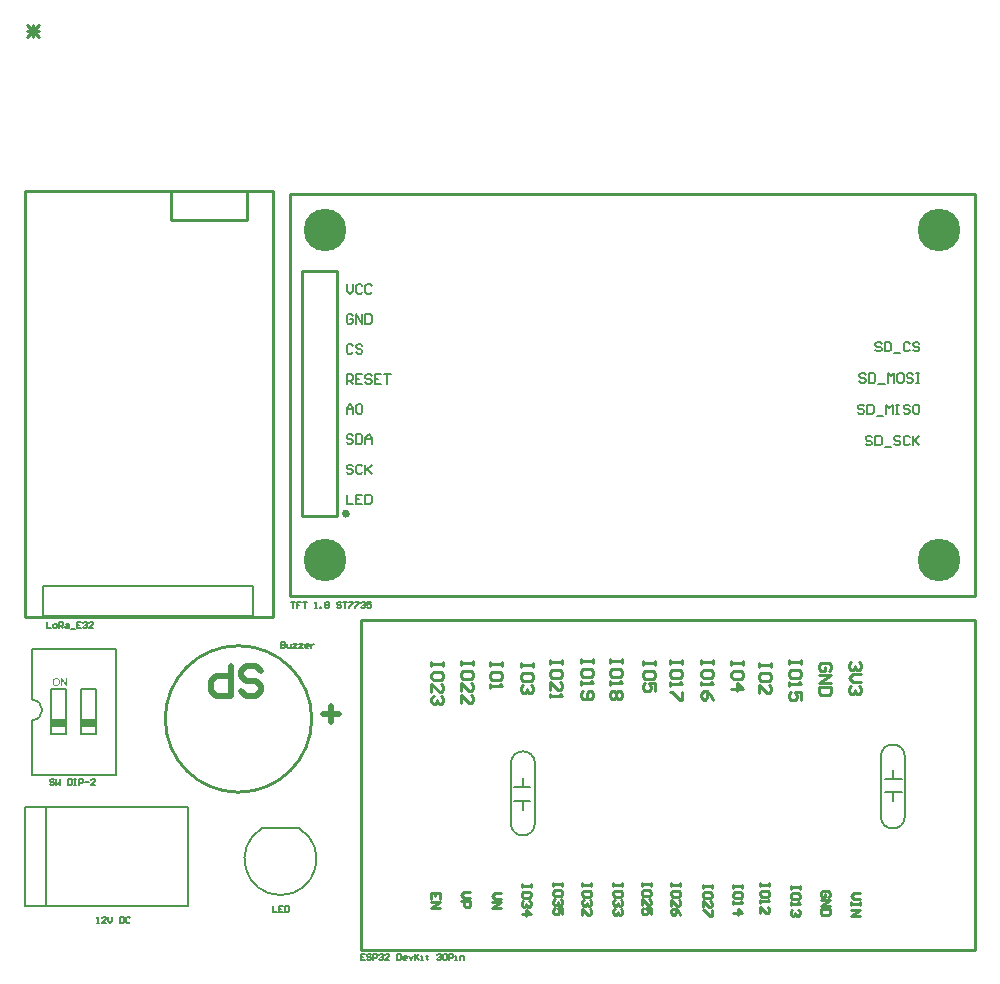
<source format=gto>
G04*
G04 #@! TF.GenerationSoftware,Altium Limited,Altium Designer,21.0.8 (223)*
G04*
G04 Layer_Color=65535*
%FSTAX24Y24*%
%MOIN*%
G70*
G04*
G04 #@! TF.SameCoordinates,A57ED762-F1FC-47E5-BACA-E58B220B156E*
G04*
G04*
G04 #@! TF.FilePolarity,Positive*
G04*
G01*
G75*
%ADD10C,0.0079*%
%ADD11C,0.0070*%
%ADD12C,0.0100*%
%ADD13C,0.0118*%
%ADD14C,0.1417*%
%ADD15C,0.0050*%
%ADD16C,0.0200*%
%ADD17R,0.0500X0.0250*%
G36*
X017824Y032409D02*
X017789D01*
X017655Y03261D01*
Y032409D01*
X017623D01*
Y032665D01*
X017657D01*
X017792Y032464D01*
Y032665D01*
X017824D01*
Y032409D01*
D02*
G37*
G36*
X017463Y03267D02*
X017466D01*
X017469Y032669D01*
X017474Y032668D01*
X017478Y032668D01*
X017488Y032666D01*
X017499Y032663D01*
X01751Y032658D01*
X017515Y032656D01*
X017521Y032653D01*
X017521Y032653D01*
X017522Y032652D01*
X017523Y032651D01*
X017526Y03265D01*
X017528Y032648D01*
X017531Y032646D01*
X017537Y032641D01*
X017544Y032634D01*
X017551Y032626D01*
X017558Y032616D01*
X017564Y032606D01*
Y032605D01*
X017565Y032604D01*
X017566Y032603D01*
X017566Y0326D01*
X017568Y032597D01*
X017569Y032594D01*
X01757Y03259D01*
X017572Y032586D01*
X017573Y032581D01*
X017575Y032576D01*
X017576Y03257D01*
X017577Y032564D01*
X017579Y032551D01*
X017579Y032537D01*
Y032536D01*
Y032535D01*
Y032533D01*
X017579Y03253D01*
Y032527D01*
X017579Y032523D01*
X017578Y032518D01*
X017578Y032513D01*
X017576Y032503D01*
X017573Y032491D01*
X017569Y032479D01*
X017566Y032473D01*
X017563Y032467D01*
Y032467D01*
X017563Y032466D01*
X017562Y032464D01*
X01756Y032462D01*
X017559Y032459D01*
X017557Y032457D01*
X017552Y03245D01*
X017546Y032442D01*
X017538Y032435D01*
X017529Y032427D01*
X017519Y032421D01*
X017519D01*
X017518Y03242D01*
X017516Y032419D01*
X017514Y032418D01*
X017511Y032417D01*
X017508Y032416D01*
X017505Y032414D01*
X017501Y032413D01*
X017496Y032411D01*
X017491Y03241D01*
X017481Y032408D01*
X017469Y032406D01*
X017457Y032405D01*
X017453D01*
X017451Y032405D01*
X017448D01*
X017444Y032406D01*
X01744Y032406D01*
X017435Y032407D01*
X017425Y032409D01*
X017414Y032412D01*
X017403Y032417D01*
X017398Y032419D01*
X017392Y032422D01*
X017392Y032423D01*
X017391Y032423D01*
X01739Y032424D01*
X017387Y032426D01*
X017385Y032427D01*
X017383Y032429D01*
X017376Y032435D01*
X017369Y032442D01*
X017362Y03245D01*
X017355Y032459D01*
X017349Y03247D01*
Y03247D01*
X017348Y032471D01*
X017347Y032473D01*
X017347Y032475D01*
X017346Y032478D01*
X017344Y032481D01*
X017343Y032485D01*
X017342Y032489D01*
X01734Y032494D01*
X017339Y032499D01*
X017337Y03251D01*
X017335Y032521D01*
X017334Y032534D01*
Y032534D01*
Y032535D01*
Y032537D01*
X017335Y03254D01*
Y032545D01*
X017336Y03255D01*
X017336Y032556D01*
X017337Y032563D01*
X017339Y03257D01*
X01734Y032578D01*
X017343Y032586D01*
X017346Y032594D01*
X017349Y032603D01*
X017353Y032611D01*
X017357Y032619D01*
X017363Y032627D01*
X017368Y032634D01*
X017369Y032634D01*
X01737Y032635D01*
X017372Y032637D01*
X017375Y032639D01*
X017378Y032642D01*
X017382Y032645D01*
X017387Y032648D01*
X017392Y032652D01*
X017398Y032655D01*
X017405Y032658D01*
X017412Y032661D01*
X01742Y032664D01*
X017429Y032667D01*
X017438Y032668D01*
X017447Y03267D01*
X017457Y03267D01*
X01746D01*
X017463Y03267D01*
D02*
G37*
%LPC*%
G36*
X017457Y032641D02*
X017454D01*
X017451Y03264D01*
X017448Y03264D01*
X017444Y032639D01*
X01744Y032638D01*
X017436Y032638D01*
X017426Y032635D01*
X017421Y032633D01*
X017416Y03263D01*
X01741Y032627D01*
X017405Y032624D01*
X0174Y03262D01*
X017395Y032616D01*
X017395Y032616D01*
X017394Y032615D01*
X017393Y032613D01*
X017391Y032611D01*
X017389Y032609D01*
X017387Y032605D01*
X017385Y032601D01*
X017382Y032596D01*
X01738Y032591D01*
X017377Y032585D01*
X017375Y032578D01*
X017373Y032571D01*
X017371Y032563D01*
X01737Y032553D01*
X01737Y032544D01*
X017369Y032533D01*
Y032533D01*
Y032532D01*
Y032529D01*
X01737Y032526D01*
X01737Y032522D01*
X017371Y032517D01*
X017371Y032512D01*
X017372Y032507D01*
X017375Y032495D01*
X017377Y032489D01*
X01738Y032483D01*
X017383Y032477D01*
X017386Y032471D01*
X01739Y032466D01*
X017394Y032461D01*
X017394Y03246D01*
X017395Y032459D01*
X017397Y032458D01*
X017398Y032456D01*
X017401Y032454D01*
X017404Y032452D01*
X017407Y03245D01*
X017411Y032447D01*
X017415Y032445D01*
X01742Y032442D01*
X017425Y03244D01*
X017431Y032438D01*
X017437Y032436D01*
X017443Y032435D01*
X017449Y032434D01*
X017457Y032434D01*
X017458D01*
X01746Y032434D01*
X017463D01*
X017466Y032435D01*
X01747Y032435D01*
X017474Y032436D01*
X017479Y032437D01*
X017484Y032439D01*
X017489Y032441D01*
X017494Y032442D01*
X017499Y032445D01*
X017505Y032448D01*
X01751Y032452D01*
X017515Y032456D01*
X01752Y032461D01*
X01752Y032461D01*
X017521Y032462D01*
X017522Y032463D01*
X017524Y032466D01*
X017526Y032468D01*
X017528Y032472D01*
X01753Y032476D01*
X017532Y03248D01*
X017535Y032485D01*
X017537Y032491D01*
X017539Y032498D01*
X017541Y032504D01*
X017542Y032512D01*
X017543Y03252D01*
X017544Y032528D01*
X017545Y032537D01*
Y032537D01*
Y032539D01*
Y03254D01*
Y032542D01*
X017544Y032545D01*
Y032548D01*
X017544Y032552D01*
X017543Y032556D01*
X017542Y032564D01*
X01754Y032573D01*
X017538Y032583D01*
X017534Y032591D01*
Y032592D01*
X017533Y032593D01*
X017533Y032594D01*
X017532Y032595D01*
X017529Y0326D01*
X017526Y032605D01*
X017522Y032611D01*
X017516Y032617D01*
X01751Y032623D01*
X017503Y032628D01*
X017502D01*
X017502Y032628D01*
X017501Y032629D01*
X017499Y03263D01*
X017497Y032631D01*
X017495Y032632D01*
X017489Y032634D01*
X017483Y032637D01*
X017475Y032639D01*
X017466Y03264D01*
X017457Y032641D01*
D02*
G37*
%LPD*%
D10*
X016644Y031269D02*
G03*
X016644Y031949I0J00034D01*
G01*
X016644Y029459D02*
Y031269D01*
X019431Y029459D02*
Y033659D01*
X016644Y029459D02*
X019431D01*
X016634Y033659D02*
X019431D01*
X016634Y03196D02*
Y033659D01*
X01703Y03575D02*
X02403D01*
X01703Y03475D02*
Y03575D01*
Y03475D02*
X02403D01*
Y03575D01*
X04465Y040694D02*
X044597Y040747D01*
X044493D01*
X04444Y040694D01*
Y040642D01*
X044493Y040589D01*
X044597D01*
X04465Y040537D01*
Y040484D01*
X044597Y040432D01*
X044493D01*
X04444Y040484D01*
X044755Y040747D02*
Y040432D01*
X044912D01*
X044965Y040484D01*
Y040694D01*
X044912Y040747D01*
X044755D01*
X04507Y04038D02*
X04528D01*
X045595Y040694D02*
X045542Y040747D01*
X045437D01*
X045385Y040694D01*
Y040642D01*
X045437Y040589D01*
X045542D01*
X045595Y040537D01*
Y040484D01*
X045542Y040432D01*
X045437D01*
X045385Y040484D01*
X045909Y040694D02*
X045857Y040747D01*
X045752D01*
X045699Y040694D01*
Y040484D01*
X045752Y040432D01*
X045857D01*
X045909Y040484D01*
X046014Y040747D02*
Y040432D01*
Y040537D01*
X046224Y040747D01*
X046067Y040589D01*
X046224Y040432D01*
X044388Y041737D02*
X044335Y04179D01*
X04423D01*
X044178Y041737D01*
Y041685D01*
X04423Y041632D01*
X044335D01*
X044388Y04158D01*
Y041527D01*
X044335Y041475D01*
X04423D01*
X044178Y041527D01*
X044493Y04179D02*
Y041475D01*
X04465D01*
X044702Y041527D01*
Y041737D01*
X04465Y04179D01*
X044493D01*
X044807Y041422D02*
X045017D01*
X045122Y041475D02*
Y04179D01*
X045227Y041685D01*
X045332Y04179D01*
Y041475D01*
X045437Y04179D02*
X045542D01*
X04549D01*
Y041475D01*
X045437D01*
X045542D01*
X045909Y041737D02*
X045857Y04179D01*
X045752D01*
X045699Y041737D01*
Y041685D01*
X045752Y041632D01*
X045857D01*
X045909Y04158D01*
Y041527D01*
X045857Y041475D01*
X045752D01*
X045699Y041527D01*
X046172Y04179D02*
X046067D01*
X046014Y041737D01*
Y041527D01*
X046067Y041475D01*
X046172D01*
X046224Y041527D01*
Y041737D01*
X046172Y04179D01*
X04444Y04278D02*
X044388Y042832D01*
X044283D01*
X04423Y04278D01*
Y042727D01*
X044283Y042675D01*
X044388D01*
X04444Y042622D01*
Y04257D01*
X044388Y042517D01*
X044283D01*
X04423Y04257D01*
X044545Y042832D02*
Y042517D01*
X044702D01*
X044755Y04257D01*
Y04278D01*
X044702Y042832D01*
X044545D01*
X04486Y042465D02*
X04507D01*
X045175Y042517D02*
Y042832D01*
X04528Y042727D01*
X045385Y042832D01*
Y042517D01*
X045647Y042832D02*
X045542D01*
X04549Y04278D01*
Y04257D01*
X045542Y042517D01*
X045647D01*
X045699Y04257D01*
Y04278D01*
X045647Y042832D01*
X046014Y04278D02*
X045962Y042832D01*
X045857D01*
X045804Y04278D01*
Y042727D01*
X045857Y042675D01*
X045962D01*
X046014Y042622D01*
Y04257D01*
X045962Y042517D01*
X045857D01*
X045804Y04257D01*
X046119Y042832D02*
X046224D01*
X046172D01*
Y042517D01*
X046119D01*
X046224D01*
X044965Y043822D02*
X044912Y043875D01*
X044807D01*
X044755Y043822D01*
Y04377D01*
X044807Y043717D01*
X044912D01*
X044965Y043665D01*
Y043613D01*
X044912Y04356D01*
X044807D01*
X044755Y043613D01*
X04507Y043875D02*
Y04356D01*
X045227D01*
X04528Y043613D01*
Y043822D01*
X045227Y043875D01*
X04507D01*
X045385Y043508D02*
X045595D01*
X045909Y043822D02*
X045857Y043875D01*
X045752D01*
X045699Y043822D01*
Y043613D01*
X045752Y04356D01*
X045857D01*
X045909Y043613D01*
X046224Y043822D02*
X046172Y043875D01*
X046067D01*
X046014Y043822D01*
Y04377D01*
X046067Y043717D01*
X046172D01*
X046224Y043665D01*
Y043613D01*
X046172Y04356D01*
X046067D01*
X046014Y043613D01*
X027131Y038789D02*
Y038475D01*
X027341D01*
X027656Y038789D02*
X027446D01*
Y038475D01*
X027656D01*
X027446Y038632D02*
X027551D01*
X027761Y038789D02*
Y038475D01*
X027918D01*
X027971Y038527D01*
Y038737D01*
X027918Y038789D01*
X027761D01*
X027341Y039739D02*
X027288Y039791D01*
X027184D01*
X027131Y039739D01*
Y039686D01*
X027184Y039634D01*
X027288D01*
X027341Y039581D01*
Y039529D01*
X027288Y039476D01*
X027184D01*
X027131Y039529D01*
X027656Y039739D02*
X027603Y039791D01*
X027498D01*
X027446Y039739D01*
Y039529D01*
X027498Y039476D01*
X027603D01*
X027656Y039529D01*
X027761Y039791D02*
Y039476D01*
Y039581D01*
X027971Y039791D01*
X027813Y039634D01*
X027971Y039476D01*
X027341Y04074D02*
X027288Y040793D01*
X027184D01*
X027131Y04074D01*
Y040688D01*
X027184Y040635D01*
X027288D01*
X027341Y040583D01*
Y04053D01*
X027288Y040478D01*
X027184D01*
X027131Y04053D01*
X027446Y040793D02*
Y040478D01*
X027603D01*
X027656Y04053D01*
Y04074D01*
X027603Y040793D01*
X027446D01*
X027761Y040478D02*
Y040688D01*
X027866Y040793D01*
X027971Y040688D01*
Y040478D01*
Y040635D01*
X027761D01*
X027131Y041479D02*
Y041689D01*
X027236Y041794D01*
X027341Y041689D01*
Y041479D01*
Y041637D01*
X027131D01*
X027603Y041794D02*
X027498D01*
X027446Y041742D01*
Y041532D01*
X027498Y041479D01*
X027603D01*
X027656Y041532D01*
Y041742D01*
X027603Y041794D01*
X027131Y042481D02*
Y042796D01*
X027288D01*
X027341Y042743D01*
Y042638D01*
X027288Y042586D01*
X027131D01*
X027236D02*
X027341Y042481D01*
X027656Y042796D02*
X027446D01*
Y042481D01*
X027656D01*
X027446Y042638D02*
X027551D01*
X027971Y042743D02*
X027918Y042796D01*
X027813D01*
X027761Y042743D01*
Y042691D01*
X027813Y042638D01*
X027918D01*
X027971Y042586D01*
Y042534D01*
X027918Y042481D01*
X027813D01*
X027761Y042534D01*
X028286Y042796D02*
X028076D01*
Y042481D01*
X028286D01*
X028076Y042638D02*
X028181D01*
X02839Y042796D02*
X0286D01*
X028495D01*
Y042481D01*
X027341Y043745D02*
X027288Y043798D01*
X027184D01*
X027131Y043745D01*
Y043535D01*
X027184Y043483D01*
X027288D01*
X027341Y043535D01*
X027656Y043745D02*
X027603Y043798D01*
X027498D01*
X027446Y043745D01*
Y043693D01*
X027498Y04364D01*
X027603D01*
X027656Y043588D01*
Y043535D01*
X027603Y043483D01*
X027498D01*
X027446Y043535D01*
X027341Y044747D02*
X027288Y044799D01*
X027184D01*
X027131Y044747D01*
Y044537D01*
X027184Y044484D01*
X027288D01*
X027341Y044537D01*
Y044642D01*
X027236D01*
X027446Y044484D02*
Y044799D01*
X027656Y044484D01*
Y044799D01*
X027761D02*
Y044484D01*
X027918D01*
X027971Y044537D01*
Y044747D01*
X027918Y044799D01*
X027761D01*
X027131Y045801D02*
Y045591D01*
X027236Y045486D01*
X027341Y045591D01*
Y045801D01*
X027656Y045748D02*
X027603Y045801D01*
X027498D01*
X027446Y045748D01*
Y045538D01*
X027498Y045486D01*
X027603D01*
X027656Y045538D01*
X027971Y045748D02*
X027918Y045801D01*
X027813D01*
X027761Y045748D01*
Y045538D01*
X027813Y045486D01*
X027918D01*
X027971Y045538D01*
D11*
X03261Y02783D02*
G03*
X03341Y02783I0004J0D01*
G01*
Y02983D02*
G03*
X03261Y02983I-0004J0D01*
G01*
X04494Y02806D02*
G03*
X04574Y02806I0004J0D01*
G01*
Y03006D02*
G03*
X04494Y03006I-0004J0D01*
G01*
X024323Y027675D02*
G03*
X02553Y027679I000607J-001035D01*
G01*
X01711Y02508D02*
Y02838D01*
X01641Y02508D02*
X02186D01*
X01641Y02838D02*
X02186D01*
Y02508D02*
Y02838D01*
X01641Y02508D02*
Y02838D01*
X03261Y02783D02*
Y02983D01*
X03341Y02783D02*
Y02983D01*
X03271Y02858D02*
X03326D01*
X03271Y02903D02*
X03326D01*
X03301Y02828D02*
Y02858D01*
Y02903D02*
Y02933D01*
X04534Y02856D02*
Y02886D01*
Y02931D02*
Y02961D01*
X04509Y02886D02*
X04564D01*
X04509Y02931D02*
X04564D01*
X04494Y02806D02*
Y03006D01*
X04574Y02806D02*
Y03006D01*
X02434Y02768D02*
X02552D01*
D12*
X025971Y03131D02*
G03*
X025971Y03131I-002441J0D01*
G01*
X048088Y023611D02*
Y034595D01*
X027616D02*
X048088D01*
X027616Y023611D02*
Y034595D01*
Y023611D02*
X048088D01*
X02128Y04795D02*
X02383D01*
X02128Y0489D02*
X02383D01*
X02128Y04795D02*
Y0489D01*
X02383Y04795D02*
Y0489D01*
X01643Y0347D02*
X02468D01*
X01643Y0489D02*
X02468D01*
X01643Y0347D02*
Y0489D01*
X02468Y0347D02*
Y0489D01*
X025235Y035417D02*
Y048803D01*
X048069D01*
X025653Y046229D02*
X02682D01*
X025653Y038062D02*
Y046229D01*
X02682Y038062D02*
Y046229D01*
X025653Y038062D02*
X02682D01*
X048069Y035417D02*
Y048803D01*
X025235Y035417D02*
X048069D01*
X030233Y025305D02*
Y025505D01*
X029933D01*
Y025305D01*
X030083Y025505D02*
Y025405D01*
X029933Y025205D02*
X030233D01*
X029933Y025005D01*
X030233D01*
X031256Y025528D02*
X031056D01*
X030956Y025428D01*
X031056Y025328D01*
X031256D01*
X030956Y025228D02*
X031256D01*
Y025078D01*
X031206Y025028D01*
X031106D01*
X031056Y025078D01*
Y025228D01*
X032284Y025516D02*
X032084D01*
X031984Y025416D01*
X032084Y025316D01*
X032284D01*
X031984Y025216D02*
X032284D01*
X031984Y025017D01*
X032284D01*
X033276Y025808D02*
Y025708D01*
Y025758D01*
X032976D01*
Y025808D01*
Y025708D01*
X033276Y025408D02*
Y025508D01*
X033226Y025558D01*
X033026D01*
X032976Y025508D01*
Y025408D01*
X033026Y025358D01*
X033226D01*
X033276Y025408D01*
X033226Y025258D02*
X033276Y025208D01*
Y025108D01*
X033226Y025058D01*
X033176D01*
X033126Y025108D01*
Y025158D01*
Y025108D01*
X033076Y025058D01*
X033026D01*
X032976Y025108D01*
Y025208D01*
X033026Y025258D01*
X032976Y024808D02*
X033276D01*
X033126Y024958D01*
Y024758D01*
X034323Y025851D02*
Y025751D01*
Y025801D01*
X034023D01*
Y025851D01*
Y025751D01*
X034323Y025451D02*
Y025551D01*
X034273Y025601D01*
X034073D01*
X034023Y025551D01*
Y025451D01*
X034073Y025401D01*
X034273D01*
X034323Y025451D01*
X034273Y025301D02*
X034323Y025251D01*
Y025151D01*
X034273Y025101D01*
X034223D01*
X034173Y025151D01*
Y025201D01*
Y025151D01*
X034123Y025101D01*
X034073D01*
X034023Y025151D01*
Y025251D01*
X034073Y025301D01*
X034323Y024801D02*
Y025001D01*
X034173D01*
X034223Y024901D01*
Y024851D01*
X034173Y024801D01*
X034073D01*
X034023Y024851D01*
Y024951D01*
X034073Y025001D01*
X035292Y025839D02*
Y025739D01*
Y025789D01*
X034992D01*
Y025839D01*
Y025739D01*
X035292Y025439D02*
Y025539D01*
X035242Y025589D01*
X035042D01*
X034992Y025539D01*
Y025439D01*
X035042Y025389D01*
X035242D01*
X035292Y025439D01*
X035242Y025289D02*
X035292Y025239D01*
Y025139D01*
X035242Y025089D01*
X035192D01*
X035142Y025139D01*
Y025189D01*
Y025139D01*
X035092Y025089D01*
X035042D01*
X034992Y025139D01*
Y025239D01*
X035042Y025289D01*
X034992Y02479D02*
Y024989D01*
X035192Y02479D01*
X035242D01*
X035292Y02484D01*
Y024939D01*
X035242Y024989D01*
X036327Y025839D02*
Y025739D01*
Y025789D01*
X036027D01*
Y025839D01*
Y025739D01*
X036327Y025439D02*
Y025539D01*
X036277Y025589D01*
X036077D01*
X036027Y025539D01*
Y025439D01*
X036077Y025389D01*
X036277D01*
X036327Y025439D01*
X036277Y025289D02*
X036327Y025239D01*
Y025139D01*
X036277Y025089D01*
X036227D01*
X036177Y025139D01*
Y025189D01*
Y025139D01*
X036127Y025089D01*
X036077D01*
X036027Y025139D01*
Y025239D01*
X036077Y025289D01*
X036277Y024989D02*
X036327Y024939D01*
Y02484D01*
X036277Y02479D01*
X036227D01*
X036177Y02484D01*
Y02489D01*
Y02484D01*
X036127Y02479D01*
X036077D01*
X036027Y02484D01*
Y024939D01*
X036077Y024989D01*
X03728Y025859D02*
Y025759D01*
Y025809D01*
X03698D01*
Y025859D01*
Y025759D01*
X03728Y025459D02*
Y025559D01*
X03723Y025609D01*
X03703D01*
X03698Y025559D01*
Y025459D01*
X03703Y025409D01*
X03723D01*
X03728Y025459D01*
X03698Y025109D02*
Y025309D01*
X03718Y025109D01*
X03723D01*
X03728Y025159D01*
Y025259D01*
X03723Y025309D01*
X03728Y024809D02*
Y025009D01*
X03713D01*
X03718Y024909D01*
Y024859D01*
X03713Y024809D01*
X03703D01*
X03698Y024859D01*
Y024959D01*
X03703Y025009D01*
X038252Y025835D02*
Y025735D01*
Y025785D01*
X037952D01*
Y025835D01*
Y025735D01*
X038252Y025435D02*
Y025535D01*
X038202Y025585D01*
X038002D01*
X037952Y025535D01*
Y025435D01*
X038002Y025385D01*
X038202D01*
X038252Y025435D01*
X037952Y025086D02*
Y025285D01*
X038152Y025086D01*
X038202D01*
X038252Y025135D01*
Y025235D01*
X038202Y025285D01*
X038252Y024786D02*
X038202Y024886D01*
X038102Y024986D01*
X038002D01*
X037952Y024936D01*
Y024836D01*
X038002Y024786D01*
X038052D01*
X038102Y024836D01*
Y024986D01*
X039307Y025792D02*
Y025692D01*
Y025742D01*
X039007D01*
Y025792D01*
Y025692D01*
X039307Y025392D02*
Y025492D01*
X039257Y025542D01*
X039057D01*
X039007Y025492D01*
Y025392D01*
X039057Y025342D01*
X039257D01*
X039307Y025392D01*
X039007Y025042D02*
Y025242D01*
X039207Y025042D01*
X039257D01*
X039307Y025092D01*
Y025192D01*
X039257Y025242D01*
X039307Y024942D02*
Y024742D01*
X039257D01*
X039057Y024942D01*
X039007D01*
X040319Y025792D02*
Y025692D01*
Y025742D01*
X040019D01*
Y025792D01*
Y025692D01*
X040319Y025392D02*
Y025492D01*
X040269Y025542D01*
X040069D01*
X040019Y025492D01*
Y025392D01*
X040069Y025342D01*
X040269D01*
X040319Y025392D01*
X040019Y025242D02*
Y025142D01*
Y025192D01*
X040319D01*
X040269Y025242D01*
X040019Y024842D02*
X040319D01*
X040169Y024992D01*
Y024792D01*
X041221Y025835D02*
Y025735D01*
Y025785D01*
X040921D01*
Y025835D01*
Y025735D01*
X041221Y025435D02*
Y025535D01*
X041171Y025585D01*
X040971D01*
X040921Y025535D01*
Y025435D01*
X040971Y025385D01*
X041171D01*
X041221Y025435D01*
X040921Y025285D02*
Y025185D01*
Y025235D01*
X041221D01*
X041171Y025285D01*
X040921Y024836D02*
Y025036D01*
X041121Y024836D01*
X041171D01*
X041221Y024886D01*
Y024986D01*
X041171Y025036D01*
X04224Y025745D02*
Y025645D01*
Y025695D01*
X041941D01*
Y025745D01*
Y025645D01*
X04224Y025345D02*
Y025445D01*
X04219Y025495D01*
X041991D01*
X041941Y025445D01*
Y025345D01*
X041991Y025295D01*
X04219D01*
X04224Y025345D01*
X041941Y025195D02*
Y025095D01*
Y025145D01*
X04224D01*
X04219Y025195D01*
Y024945D02*
X04224Y024895D01*
Y024795D01*
X04219Y024745D01*
X04214D01*
X042091Y024795D01*
Y024845D01*
Y024795D01*
X042041Y024745D01*
X041991D01*
X041941Y024795D01*
Y024895D01*
X041991Y024945D01*
X043187Y025368D02*
X043237Y025418D01*
Y025518D01*
X043187Y025568D01*
X042987D01*
X042937Y025518D01*
Y025418D01*
X042987Y025368D01*
X043087D01*
Y025468D01*
X042937Y025268D02*
X043237D01*
X042937Y025068D01*
X043237D01*
Y024968D02*
X042937D01*
Y024818D01*
X042987Y024768D01*
X043187D01*
X043237Y024818D01*
Y024968D01*
X044244Y025508D02*
X044044D01*
X043944Y025409D01*
X044044Y025309D01*
X044244D01*
Y025209D02*
Y025109D01*
Y025159D01*
X043944D01*
Y025209D01*
Y025109D01*
Y024959D02*
X044244D01*
X043944Y024759D01*
X044244D01*
X030364Y033197D02*
Y033064D01*
Y033131D01*
X029964D01*
Y033197D01*
Y033064D01*
X030364Y032664D02*
Y032798D01*
X030297Y032864D01*
X030031D01*
X029964Y032798D01*
Y032664D01*
X030031Y032598D01*
X030297D01*
X030364Y032664D01*
X029964Y032198D02*
Y032464D01*
X030231Y032198D01*
X030297D01*
X030364Y032264D01*
Y032398D01*
X030297Y032464D01*
Y032064D02*
X030364Y031998D01*
Y031865D01*
X030297Y031798D01*
X030231D01*
X030164Y031865D01*
Y031931D01*
Y031865D01*
X030097Y031798D01*
X030031D01*
X029964Y031865D01*
Y031998D01*
X030031Y032064D01*
X031333Y033245D02*
Y033111D01*
Y033178D01*
X030933D01*
Y033245D01*
Y033111D01*
X031333Y032712D02*
Y032845D01*
X031266Y032911D01*
X030999D01*
X030933Y032845D01*
Y032712D01*
X030999Y032645D01*
X031266D01*
X031333Y032712D01*
X030933Y032245D02*
Y032512D01*
X031199Y032245D01*
X031266D01*
X031333Y032312D01*
Y032445D01*
X031266Y032512D01*
X030933Y031845D02*
Y032112D01*
X031199Y031845D01*
X031266D01*
X031333Y031912D01*
Y032045D01*
X031266Y032112D01*
X032329Y033197D02*
Y033064D01*
Y033131D01*
X031929D01*
Y033197D01*
Y033064D01*
X032329Y032664D02*
Y032798D01*
X032262Y032864D01*
X031995D01*
X031929Y032798D01*
Y032664D01*
X031995Y032598D01*
X032262D01*
X032329Y032664D01*
X031929Y032464D02*
Y032331D01*
Y032398D01*
X032329D01*
X032262Y032464D01*
X033344Y033182D02*
Y033048D01*
Y033115D01*
X032944D01*
Y033182D01*
Y033048D01*
X033344Y032649D02*
Y032782D01*
X033278Y032848D01*
X033011D01*
X032944Y032782D01*
Y032649D01*
X033011Y032582D01*
X033278D01*
X033344Y032649D01*
X033278Y032449D02*
X033344Y032382D01*
Y032249D01*
X033278Y032182D01*
X033211D01*
X033144Y032249D01*
Y032315D01*
Y032249D01*
X033078Y032182D01*
X033011D01*
X032944Y032249D01*
Y032382D01*
X033011Y032449D01*
X034325Y033292D02*
Y033159D01*
Y033225D01*
X033925D01*
Y033292D01*
Y033159D01*
X034325Y032759D02*
Y032892D01*
X034258Y032959D01*
X033991D01*
X033925Y032892D01*
Y032759D01*
X033991Y032692D01*
X034258D01*
X034325Y032759D01*
X033925Y032292D02*
Y032559D01*
X034191Y032292D01*
X034258D01*
X034325Y032359D01*
Y032492D01*
X034258Y032559D01*
X033925Y032159D02*
Y032026D01*
Y032092D01*
X034325D01*
X034258Y032159D01*
X03534Y033323D02*
Y03319D01*
Y033257D01*
X034941D01*
Y033323D01*
Y03319D01*
X03534Y03279D02*
Y032924D01*
X035274Y03299D01*
X035007D01*
X034941Y032924D01*
Y03279D01*
X035007Y032724D01*
X035274D01*
X03534Y03279D01*
X034941Y03259D02*
Y032457D01*
Y032524D01*
X03534D01*
X035274Y03259D01*
X035007Y032257D02*
X034941Y03219D01*
Y032057D01*
X035007Y031991D01*
X035274D01*
X03534Y032057D01*
Y03219D01*
X035274Y032257D01*
X035207D01*
X03514Y03219D01*
Y031991D01*
X036309Y033308D02*
Y033174D01*
Y033241D01*
X035909D01*
Y033308D01*
Y033174D01*
X036309Y032775D02*
Y032908D01*
X036242Y032974D01*
X035976D01*
X035909Y032908D01*
Y032775D01*
X035976Y032708D01*
X036242D01*
X036309Y032775D01*
X035909Y032575D02*
Y032441D01*
Y032508D01*
X036309D01*
X036242Y032575D01*
Y032241D02*
X036309Y032175D01*
Y032041D01*
X036242Y031975D01*
X036176D01*
X036109Y032041D01*
X036042Y031975D01*
X035976D01*
X035909Y032041D01*
Y032175D01*
X035976Y032241D01*
X036042D01*
X036109Y032175D01*
X036176Y032241D01*
X036242D01*
X036109Y032175D02*
Y032041D01*
X037415Y033245D02*
Y033111D01*
Y033178D01*
X037015D01*
Y033245D01*
Y033111D01*
X037415Y032712D02*
Y032845D01*
X037349Y032911D01*
X037082D01*
X037015Y032845D01*
Y032712D01*
X037082Y032645D01*
X037349D01*
X037415Y032712D01*
Y032245D02*
Y032512D01*
X037215D01*
X037282Y032378D01*
Y032312D01*
X037215Y032245D01*
X037082D01*
X037015Y032312D01*
Y032445D01*
X037082Y032512D01*
X038321Y03326D02*
Y033127D01*
Y033194D01*
X037921D01*
Y03326D01*
Y033127D01*
X038321Y032727D02*
Y032861D01*
X038254Y032927D01*
X037988D01*
X037921Y032861D01*
Y032727D01*
X037988Y032661D01*
X038254D01*
X038321Y032727D01*
X037921Y032527D02*
Y032394D01*
Y032461D01*
X038321D01*
X038254Y032527D01*
X038321Y032194D02*
Y031928D01*
X038254D01*
X037988Y032194D01*
X037921D01*
X039364Y033292D02*
Y033159D01*
Y033225D01*
X038964D01*
Y033292D01*
Y033159D01*
X039364Y032759D02*
Y032892D01*
X039297Y032959D01*
X039031D01*
X038964Y032892D01*
Y032759D01*
X039031Y032692D01*
X039297D01*
X039364Y032759D01*
X038964Y032559D02*
Y032426D01*
Y032492D01*
X039364D01*
X039297Y032559D01*
X039364Y031959D02*
X039297Y032092D01*
X039164Y032226D01*
X039031D01*
X038964Y032159D01*
Y032026D01*
X039031Y031959D01*
X039097D01*
X039164Y032026D01*
Y032226D01*
X040364Y033233D02*
Y0331D01*
Y033166D01*
X039964D01*
Y033233D01*
Y0331D01*
X040364Y0327D02*
Y032833D01*
X040297Y0329D01*
X040031D01*
X039964Y032833D01*
Y0327D01*
X040031Y032633D01*
X040297D01*
X040364Y0327D01*
X039964Y0323D02*
X040364D01*
X040164Y0325D01*
Y032233D01*
X041285Y033186D02*
Y033052D01*
Y033119D01*
X040885D01*
Y033186D01*
Y033052D01*
X041285Y032652D02*
Y032786D01*
X041219Y032852D01*
X040952D01*
X040885Y032786D01*
Y032652D01*
X040952Y032586D01*
X041219D01*
X041285Y032652D01*
X040885Y032186D02*
Y032453D01*
X041152Y032186D01*
X041219D01*
X041285Y032253D01*
Y032386D01*
X041219Y032453D01*
X042281Y033264D02*
Y033131D01*
Y033198D01*
X041881D01*
Y033264D01*
Y033131D01*
X042281Y032731D02*
Y032865D01*
X042215Y032931D01*
X041948D01*
X041881Y032865D01*
Y032731D01*
X041948Y032665D01*
X042215D01*
X042281Y032731D01*
X041881Y032531D02*
Y032398D01*
Y032465D01*
X042281D01*
X042215Y032531D01*
X042281Y031932D02*
Y032198D01*
X042081D01*
X042148Y032065D01*
Y031998D01*
X042081Y031932D01*
X041948D01*
X041881Y031998D01*
Y032131D01*
X041948Y032198D01*
X043199Y032919D02*
X043266Y032986D01*
Y033119D01*
X043199Y033186D01*
X042932D01*
X042866Y033119D01*
Y032986D01*
X042932Y032919D01*
X043066D01*
Y033052D01*
X042866Y032786D02*
X043266D01*
X042866Y032519D01*
X043266D01*
Y032386D02*
X042866D01*
Y032186D01*
X042932Y032119D01*
X043199D01*
X043266Y032186D01*
Y032386D01*
X044214Y033211D02*
X044281Y033145D01*
Y033011D01*
X044214Y032945D01*
X044148D01*
X044081Y033011D01*
Y033078D01*
Y033011D01*
X044014Y032945D01*
X043948D01*
X043881Y033011D01*
Y033145D01*
X043948Y033211D01*
X044281Y032811D02*
X044014D01*
X043881Y032678D01*
X044014Y032545D01*
X044281D01*
X044214Y032412D02*
X044281Y032345D01*
Y032212D01*
X044214Y032145D01*
X044148D01*
X044081Y032212D01*
Y032278D01*
Y032212D01*
X044014Y032145D01*
X043948D01*
X043881Y032212D01*
Y032345D01*
X043948Y032412D01*
X01648Y05445D02*
X01688Y05405D01*
X01648D02*
X01688Y05445D01*
X01648Y05425D02*
X01688D01*
X01668Y05405D02*
Y05445D01*
D13*
X027178Y038155D02*
G03*
X027178Y038155I-000071J0D01*
G01*
D14*
X026416Y036598D02*
D03*
X046888D02*
D03*
Y047622D02*
D03*
X026416D02*
D03*
D15*
X018284Y030809D02*
Y032309D01*
X018784D01*
Y030809D02*
Y032309D01*
X018284Y030809D02*
X018784D01*
X017284D02*
Y032309D01*
X017784D01*
Y030809D02*
Y032309D01*
X017284Y030809D02*
X017784D01*
X017154Y034533D02*
Y034333D01*
X017287D01*
X017387D02*
X017453D01*
X017487Y034367D01*
Y034433D01*
X017453Y034467D01*
X017387D01*
X017354Y034433D01*
Y034367D01*
X017387Y034333D01*
X017553D02*
Y034533D01*
X017653D01*
X017687Y0345D01*
Y034433D01*
X017653Y0344D01*
X017553D01*
X01762D02*
X017687Y034333D01*
X017787Y034467D02*
X017853D01*
X017887Y034433D01*
Y034333D01*
X017787D01*
X017753Y034367D01*
X017787Y0344D01*
X017887D01*
X017953Y0343D02*
X018087D01*
X018287Y034533D02*
X018153D01*
Y034333D01*
X018287D01*
X018153Y034433D02*
X01822D01*
X018353Y0345D02*
X018387Y034533D01*
X018453D01*
X018486Y0345D01*
Y034467D01*
X018453Y034433D01*
X01842D01*
X018453D01*
X018486Y0344D01*
Y034367D01*
X018453Y034333D01*
X018387D01*
X018353Y034367D01*
X018686Y034333D02*
X018553D01*
X018686Y034467D01*
Y0345D01*
X018653Y034533D01*
X018586D01*
X018553Y0345D01*
X017374Y029267D02*
X01734Y0293D01*
X017274D01*
X01724Y029267D01*
Y029233D01*
X017274Y0292D01*
X01734D01*
X017374Y029167D01*
Y029133D01*
X01734Y0291D01*
X017274D01*
X01724Y029133D01*
X01744Y0293D02*
Y0291D01*
X017507Y029167D01*
X017573Y0291D01*
Y0293D01*
X01784D02*
Y0291D01*
X01794D01*
X017973Y029133D01*
Y029267D01*
X01794Y0293D01*
X01784D01*
X01804D02*
X018107D01*
X018073D01*
Y0291D01*
X01804D01*
X018107D01*
X018207D02*
Y0293D01*
X018307D01*
X01834Y029267D01*
Y0292D01*
X018307Y029167D01*
X018207D01*
X018407Y0292D02*
X01854D01*
X01874Y0291D02*
X018606D01*
X01874Y029233D01*
Y029267D01*
X018706Y0293D01*
X01864D01*
X018606Y029267D01*
X02495Y03388D02*
Y03368D01*
X02505D01*
X025083Y033713D01*
Y033747D01*
X02505Y03378D01*
X02495D01*
X02505D01*
X025083Y033813D01*
Y033847D01*
X02505Y03388D01*
X02495D01*
X02515Y033813D02*
Y033713D01*
X025183Y03368D01*
X025283D01*
Y033813D01*
X02535D02*
X025483D01*
X02535Y03368D01*
X025483D01*
X02555Y033813D02*
X025683D01*
X02555Y03368D01*
X025683D01*
X02585D02*
X025783D01*
X02575Y033713D01*
Y03378D01*
X025783Y033813D01*
X02585D01*
X025883Y03378D01*
Y033747D01*
X02575D01*
X02595Y033813D02*
Y03368D01*
Y033747D01*
X025983Y03378D01*
X026016Y033813D01*
X02605D01*
X024683Y02508D02*
Y02488D01*
X024817D01*
X025017Y02508D02*
X024883D01*
Y02488D01*
X025017D01*
X024883Y02498D02*
X02495D01*
X025083Y02508D02*
Y02488D01*
X025183D01*
X025217Y024913D01*
Y025047D01*
X025183Y02508D01*
X025083D01*
X01881Y0245D02*
X018877D01*
X018843D01*
Y0247D01*
X01881Y024667D01*
X01911Y0245D02*
X018977D01*
X01911Y024633D01*
Y024667D01*
X019077Y0247D01*
X01901D01*
X018977Y024667D01*
X019177Y0247D02*
Y024567D01*
X019243Y0245D01*
X01931Y024567D01*
Y0247D01*
X019577D02*
Y0245D01*
X019677D01*
X01971Y024533D01*
Y024667D01*
X019677Y0247D01*
X019577D01*
X01991Y024667D02*
X019877Y0247D01*
X01981D01*
X019777Y024667D01*
Y024533D01*
X01981Y0245D01*
X019877D01*
X01991Y024533D01*
X027757Y023482D02*
X027624D01*
Y023282D01*
X027757D01*
X027624Y023382D02*
X027691D01*
X027957Y023449D02*
X027924Y023482D01*
X027857D01*
X027824Y023449D01*
Y023415D01*
X027857Y023382D01*
X027924D01*
X027957Y023349D01*
Y023315D01*
X027924Y023282D01*
X027857D01*
X027824Y023315D01*
X028024Y023282D02*
Y023482D01*
X028124D01*
X028157Y023449D01*
Y023382D01*
X028124Y023349D01*
X028024D01*
X028224Y023449D02*
X028257Y023482D01*
X028324D01*
X028357Y023449D01*
Y023415D01*
X028324Y023382D01*
X02829D01*
X028324D01*
X028357Y023349D01*
Y023315D01*
X028324Y023282D01*
X028257D01*
X028224Y023315D01*
X028557Y023282D02*
X028424D01*
X028557Y023415D01*
Y023449D01*
X028524Y023482D01*
X028457D01*
X028424Y023449D01*
X028823Y023482D02*
Y023282D01*
X028923D01*
X028957Y023315D01*
Y023449D01*
X028923Y023482D01*
X028823D01*
X029123Y023282D02*
X029057D01*
X029023Y023315D01*
Y023382D01*
X029057Y023415D01*
X029123D01*
X029157Y023382D01*
Y023349D01*
X029023D01*
X029223Y023415D02*
X02929Y023282D01*
X029357Y023415D01*
X029423Y023482D02*
Y023282D01*
Y023349D01*
X029557Y023482D01*
X029457Y023382D01*
X029557Y023282D01*
X029623D02*
X02969D01*
X029657D01*
Y023415D01*
X029623D01*
X029823Y023449D02*
Y023415D01*
X02979D01*
X029857D01*
X029823D01*
Y023315D01*
X029857Y023282D01*
X030156Y023449D02*
X03019Y023482D01*
X030256D01*
X03029Y023449D01*
Y023415D01*
X030256Y023382D01*
X030223D01*
X030256D01*
X03029Y023349D01*
Y023315D01*
X030256Y023282D01*
X03019D01*
X030156Y023315D01*
X030356Y023449D02*
X03039Y023482D01*
X030456D01*
X03049Y023449D01*
Y023315D01*
X030456Y023282D01*
X03039D01*
X030356Y023315D01*
Y023449D01*
X030556Y023282D02*
Y023482D01*
X030656D01*
X03069Y023449D01*
Y023382D01*
X030656Y023349D01*
X030556D01*
X030756Y023282D02*
X030823D01*
X03079D01*
Y023415D01*
X030756D01*
X030923Y023282D02*
Y023415D01*
X031023D01*
X031056Y023382D01*
Y023282D01*
X025287Y03522D02*
X02542D01*
X025354D01*
Y03502D01*
X02562Y03522D02*
X025487D01*
Y03512D01*
X025554D01*
X025487D01*
Y03502D01*
X025687Y03522D02*
X02582D01*
X025754D01*
Y03502D01*
X026087D02*
X026153D01*
X02612D01*
Y03522D01*
X026087Y035187D01*
X026253Y03502D02*
Y035053D01*
X026287D01*
Y03502D01*
X026253D01*
X02642Y035187D02*
X026453Y03522D01*
X02652D01*
X026553Y035187D01*
Y035153D01*
X02652Y03512D01*
X026553Y035087D01*
Y035053D01*
X02652Y03502D01*
X026453D01*
X02642Y035053D01*
Y035087D01*
X026453Y03512D01*
X02642Y035153D01*
Y035187D01*
X026453Y03512D02*
X02652D01*
X026953Y035187D02*
X02692Y03522D01*
X026853D01*
X02682Y035187D01*
Y035153D01*
X026853Y03512D01*
X02692D01*
X026953Y035087D01*
Y035053D01*
X02692Y03502D01*
X026853D01*
X02682Y035053D01*
X02702Y03522D02*
X027153D01*
X027087D01*
Y03502D01*
X02722Y03522D02*
X027353D01*
Y035187D01*
X02722Y035053D01*
Y03502D01*
X02742Y03522D02*
X027553D01*
Y035187D01*
X02742Y035053D01*
Y03502D01*
X02762Y035187D02*
X027653Y03522D01*
X02772D01*
X027753Y035187D01*
Y035153D01*
X02772Y03512D01*
X027686D01*
X02772D01*
X027753Y035087D01*
Y035053D01*
X02772Y03502D01*
X027653D01*
X02762Y035053D01*
X027953Y03522D02*
X02782D01*
Y03512D01*
X027886Y035153D01*
X02792D01*
X027953Y03512D01*
Y035053D01*
X02792Y03502D01*
X027853D01*
X02782Y035053D01*
D16*
X023614Y032227D02*
X02378Y03206D01*
X024113D01*
X02428Y032227D01*
Y032394D01*
X024113Y03256D01*
X02378D01*
X023614Y032727D01*
Y032893D01*
X02378Y03306D01*
X024113D01*
X02428Y032893D01*
X02328Y03306D02*
Y03206D01*
X02278D01*
X022614Y032227D01*
Y03256D01*
X02278Y032727D01*
X02328D01*
X02688Y03146D02*
X026347D01*
X026613Y031194D02*
Y031727D01*
D17*
X018534Y031184D02*
D03*
X017534D02*
D03*
M02*

</source>
